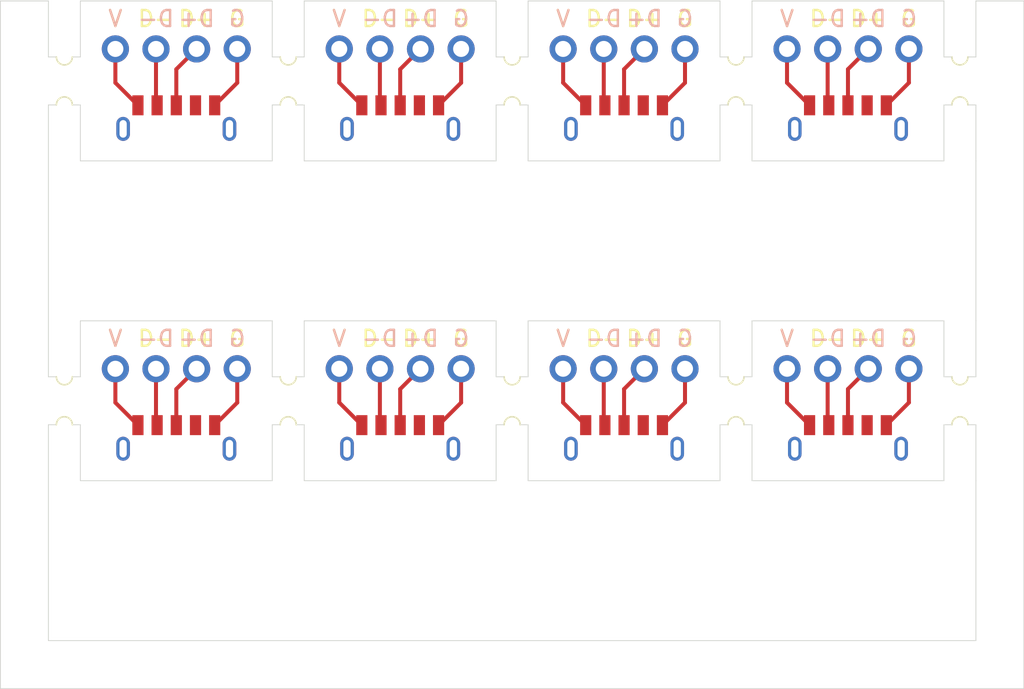
<source format=kicad_pcb>
(kicad_pcb (version 20211014) (generator pcbnew)
  (layers (0 "F.Cu" signal) (31 "B.Cu" signal) (34 "B.Paste" user) (35 "F.Paste" user) (36 "B.SilkS" user "B.Silkscreen") (37 "F.SilkS" user "F.Silkscreen") (38 "B.Mask" user) (39 "F.Mask" user) (44 "Edge.Cuts" user))
  (net 0 "")
  (net 1 "Net-(U1-Pad1)")
  (net 2 "Net-(U1-Pad5)")
  (net 3 "Net-(U1-Pad4)")
  (net 4 "Net-(U1-Pad3)")
  (net 5 "Net-(U1-Pad2)")
  (net 6 "Net-(U1-Pad6)")
  (footprint "htangl:Micro_USB_Male" (layer "F.Cu") (at 58 30)
    (fp_text reference "U1" hide)
    (fp_text value "Male_Micro_USB_Breakout")
    (fp_text user "D-" (at -1.27 -6.89) (layer "B.SilkS") (effects (justify mirror)))
    (fp_text user "V" (at -3.81 -6.89) (layer "B.SilkS") (effects (justify mirror)))
    (fp_text user "D+" (at 1.27 -6.89) (layer "B.SilkS") (effects (justify mirror)))
    (fp_text user "G" (at 3.81 -6.89) (layer "B.SilkS") (effects (justify mirror)))
    (fp_text user "D-" (at -1.27 -6.89) (layer "F.SilkS"))
    (fp_text user "D+" (at 1.27 -6.89) (layer "F.SilkS"))
    (fp_text user "V" (at -3.81 -6.89) (layer "F.SilkS"))
    (fp_text user "G" (at 3.81 -6.89) (layer "F.SilkS"))
    (pad "" np_thru_hole circle (at 1.8 0.1) (size 0.9 0.9) (drill 0.9) (layers *.Cu *.Mask))
    (pad "" np_thru_hole circle (at -1.8 0.1) (size 0.9 0.9) (drill 0.9) (layers *.Cu *.Mask))
    (pad "1" thru_hole circle (at -3.81 -5) (size 1.7 1.7) (drill 1) (layers *.Cu *.Mask))
    (pad "1" smd rect (at -2.4 -1.475) (size 0.7 1.25) (layers "F.Cu" "F.Paste" "F.Mask"))
    (pad "2" smd rect (at -1.2 -1.475) (size 0.7 1.25) (layers "F.Cu" "F.Paste" "F.Mask"))
    (pad "2" thru_hole circle (at -1.27 -5) (size 1.7 1.7) (drill 1) (layers *.Cu *.Mask))
    (pad "3" thru_hole circle (at 1.27 -5) (size 1.7 1.7) (drill 1) (layers *.Cu *.Mask))
    (pad "3" smd rect (at 0 -1.475) (size 0.7 1.25) (layers "F.Cu" "F.Paste" "F.Mask"))
    (pad "4" smd rect (at 1.2 -1.475) (size 0.7 1.25) (layers "F.Cu" "F.Paste" "F.Mask"))
    (pad "5" smd rect (at 2.4 -1.475) (size 0.7 1.25) (layers "F.Cu" "F.Paste" "F.Mask"))
    (pad "5" thru_hole circle (at 3.81 -5) (size 1.7 1.7) (drill 1) (layers *.Cu *.Mask))
    (pad "6" thru_hole oval (at -3.325 0) (size 0.85 1.5) (drill oval 0.45 1.1) (layers *.Cu *.Mask))
    (pad "6" thru_hole oval (at 3.325 0) (size 0.85 1.5) (drill oval 0.45 1.1) (layers *.Cu *.Mask))
  )
  (footprint "panelization:mouse-bite-1mm-slot" (layer "F.Cu") (at 65 27 90)
    (fp_text reference "." hide)
    (fp_text value "." hide)
    (fp_arc (start -1.5 -0.5) (mid -1 0) (end -1.5 0.5) (layer "F.SilkS") (width 0.1))
    (fp_arc (start 1.5 0.5) (mid 1 0) (end 1.5 -0.5) (layer "F.SilkS") (width 0.1))
    (pad "" np_thru_hole circle locked (at 0.35 -1 90) (size 0.5 0.5) (drill 0.5) (layers *.Cu *.Mask))
    (pad "" np_thru_hole circle locked (at -1.15 0.75 90) (size 0.5 0.5) (drill 0.5) (layers *.Cu *.Mask))
    (pad "" np_thru_hole circle locked (at 0.35 1 90) (size 0.5 0.5) (drill 0.5) (layers *.Cu *.Mask))
    (pad "" np_thru_hole circle locked (at 1.15 0.75 90) (size 0.5 0.5) (drill 0.5) (layers *.Cu *.Mask))
    (pad "" np_thru_hole circle locked (at 1.15 -0.75 90) (size 0.5 0.5) (drill 0.5) (layers *.Cu *.Mask))
    (pad "" np_thru_hole circle locked (at -0.35 1 90) (size 0.5 0.5) (drill 0.5) (layers *.Cu *.Mask))
    (pad "" np_thru_hole circle locked (at -1.15 -0.75 90) (size 0.5 0.5) (drill 0.5) (layers *.Cu *.Mask))
    (pad "" np_thru_hole circle locked (at -0.35 -1 90) (size 0.5 0.5) (drill 0.5) (layers *.Cu *.Mask))
  )
  (footprint "panelization:mouse-bite-1mm-slot" (layer "F.Cu") (at 79 27 90)
    (fp_text reference "." hide)
    (fp_text value "." hide)
    (fp_arc (start -1.5 -0.5) (mid -1 0) (end -1.5 0.5) (layer "F.SilkS") (width 0.1))
    (fp_arc (start 1.5 0.5) (mid 1 0) (end 1.5 -0.5) (layer "F.SilkS") (width 0.1))
    (pad "" np_thru_hole circle locked (at 1.15 0.75 90) (size 0.5 0.5) (drill 0.5) (layers *.Cu *.Mask))
    (pad "" np_thru_hole circle locked (at -1.15 -0.75 90) (size 0.5 0.5) (drill 0.5) (layers *.Cu *.Mask))
    (pad "" np_thru_hole circle locked (at 1.15 -0.75 90) (size 0.5 0.5) (drill 0.5) (layers *.Cu *.Mask))
    (pad "" np_thru_hole circle locked (at -1.15 0.75 90) (size 0.5 0.5) (drill 0.5) (layers *.Cu *.Mask))
    (pad "" np_thru_hole circle locked (at -0.35 -1 90) (size 0.5 0.5) (drill 0.5) (layers *.Cu *.Mask))
    (pad "" np_thru_hole circle locked (at -0.35 1 90) (size 0.5 0.5) (drill 0.5) (layers *.Cu *.Mask))
    (pad "" np_thru_hole circle locked (at 0.35 1 90) (size 0.5 0.5) (drill 0.5) (layers *.Cu *.Mask))
    (pad "" np_thru_hole circle locked (at 0.35 -1 90) (size 0.5 0.5) (drill 0.5) (layers *.Cu *.Mask))
  )
  (footprint "htangl:Micro_USB_Male" (layer "F.Cu") (at 58 50)
    (fp_text reference "U1" hide)
    (fp_text value "Male_Micro_USB_Breakout")
    (fp_text user "D-" (at -1.27 -6.89) (layer "B.SilkS") (effects (justify mirror)))
    (fp_text user "V" (at -3.81 -6.89) (layer "B.SilkS") (effects (justify mirror)))
    (fp_text user "D+" (at 1.27 -6.89) (layer "B.SilkS") (effects (justify mirror)))
    (fp_text user "G" (at 3.81 -6.89) (layer "B.SilkS") (effects (justify mirror)))
    (fp_text user "V" (at -3.81 -6.89) (layer "F.SilkS"))
    (fp_text user "D+" (at 1.27 -6.89) (layer "F.SilkS"))
    (fp_text user "D-" (at -1.27 -6.89) (layer "F.SilkS"))
    (fp_text user "G" (at 3.81 -6.89) (layer "F.SilkS"))
    (pad "" np_thru_hole circle (at 1.8 0.1) (size 0.9 0.9) (drill 0.9) (layers *.Cu *.Mask))
    (pad "" np_thru_hole circle (at -1.8 0.1) (size 0.9 0.9) (drill 0.9) (layers *.Cu *.Mask))
    (pad "1" thru_hole circle (at -3.81 -5) (size 1.7 1.7) (drill 1) (layers *.Cu *.Mask))
    (pad "1" smd rect (at -2.4 -1.475) (size 0.7 1.25) (layers "F.Cu" "F.Paste" "F.Mask"))
    (pad "2" thru_hole circle (at -1.27 -5) (size 1.7 1.7) (drill 1) (layers *.Cu *.Mask))
    (pad "2" smd rect (at -1.2 -1.475) (size 0.7 1.25) (layers "F.Cu" "F.Paste" "F.Mask"))
    (pad "3" smd rect (at 0 -1.475) (size 0.7 1.25) (layers "F.Cu" "F.Paste" "F.Mask"))
    (pad "3" thru_hole circle (at 1.27 -5) (size 1.7 1.7) (drill 1) (layers *.Cu *.Mask))
    (pad "4" smd rect (at 1.2 -1.475) (size 0.7 1.25) (layers "F.Cu" "F.Paste" "F.Mask"))
    (pad "5" smd rect (at 2.4 -1.475) (size 0.7 1.25) (layers "F.Cu" "F.Paste" "F.Mask"))
    (pad "5" thru_hole circle (at 3.81 -5) (size 1.7 1.7) (drill 1) (layers *.Cu *.Mask))
    (pad "6" thru_hole oval (at -3.325 0) (size 0.85 1.5) (drill oval 0.45 1.1) (layers *.Cu *.Mask))
    (pad "6" thru_hole oval (at 3.325 0) (size 0.85 1.5) (drill oval 0.45 1.1) (layers *.Cu *.Mask))
  )
  (footprint "panelization:mouse-bite-1mm-slot" (layer "F.Cu") (at 51 47 90)
    (fp_text reference "." hide)
    (fp_text value "." hide)
    (fp_arc (start -1.5 -0.5) (mid -1 0) (end -1.5 0.5) (layer "F.SilkS") (width 0.1))
    (fp_arc (start 1.5 0.5) (mid 1 0) (end 1.5 -0.5) (layer "F.SilkS") (width 0.1))
    (pad "" np_thru_hole circle locked (at -1.15 -0.75 90) (size 0.5 0.5) (drill 0.5) (layers *.Cu *.Mask))
    (pad "" np_thru_hole circle locked (at -0.35 1 90) (size 0.5 0.5) (drill 0.5) (layers *.Cu *.Mask))
    (pad "" np_thru_hole circle locked (at -0.35 -1 90) (size 0.5 0.5) (drill 0.5) (layers *.Cu *.Mask))
    (pad "" np_thru_hole circle locked (at 0.35 -1 90) (size 0.5 0.5) (drill 0.5) (layers *.Cu *.Mask))
    (pad "" np_thru_hole circle locked (at 1.15 -0.75 90) (size 0.5 0.5) (drill 0.5) (layers *.Cu *.Mask))
    (pad "" np_thru_hole circle locked (at 1.15 0.75 90) (size 0.5 0.5) (drill 0.5) (layers *.Cu *.Mask))
    (pad "" np_thru_hole circle locked (at -1.15 0.75 90) (size 0.5 0.5) (drill 0.5) (layers *.Cu *.Mask))
    (pad "" np_thru_hole circle locked (at 0.35 1 90) (size 0.5 0.5) (drill 0.5) (layers *.Cu *.Mask))
  )
  (footprint "htangl:Micro_USB_Male" (layer "F.Cu") (at 72 50)
    (fp_text reference "U1" hide)
    (fp_text value "Male_Micro_USB_Breakout")
    (fp_text user "D+" (at 1.27 -6.89) (layer "B.SilkS") (effects (justify mirror)))
    (fp_text user "D-" (at -1.27 -6.89) (layer "B.SilkS") (effects (justify mirror)))
    (fp_text user "G" (at 3.81 -6.89) (layer "B.SilkS") (effects (justify mirror)))
    (fp_text user "V" (at -3.81 -6.89) (layer "B.SilkS") (effects (justify mirror)))
    (fp_text user "V" (at -3.81 -6.89) (layer "F.SilkS"))
    (fp_text user "D+" (at 1.27 -6.89) (layer "F.SilkS"))
    (fp_text user "D-" (at -1.27 -6.89) (layer "F.SilkS"))
    (fp_text user "G" (at 3.81 -6.89) (layer "F.SilkS"))
    (pad "" np_thru_hole circle (at 1.8 0.1) (size 0.9 0.9) (drill 0.9) (layers *.Cu *.Mask))
    (pad "" np_thru_hole circle (at -1.8 0.1) (size 0.9 0.9) (drill 0.9) (layers *.Cu *.Mask))
    (pad "1" thru_hole circle (at -3.81 -5) (size 1.7 1.7) (drill 1) (layers *.Cu *.Mask))
    (pad "1" smd rect (at -2.4 -1.475) (size 0.7 1.25) (layers "F.Cu" "F.Paste" "F.Mask"))
    (pad "2" smd rect (at -1.2 -1.475) (size 0.7 1.25) (layers "F.Cu" "F.Paste" "F.Mask"))
    (pad "2" thru_hole circle (at -1.27 -5) (size 1.7 1.7) (drill 1) (layers *.Cu *.Mask))
    (pad "3" smd rect (at 0 -1.475) (size 0.7 1.25) (layers "F.Cu" "F.Paste" "F.Mask"))
    (pad "3" thru_hole circle (at 1.27 -5) (size 1.7 1.7) (drill 1) (layers *.Cu *.Mask))
    (pad "4" smd rect (at 1.2 -1.475) (size 0.7 1.25) (layers "F.Cu" "F.Paste" "F.Mask"))
    (pad "5" smd rect (at 2.4 -1.475) (size 0.7 1.25) (layers "F.Cu" "F.Paste" "F.Mask"))
    (pad "5" thru_hole circle (at 3.81 -5) (size 1.7 1.7) (drill 1) (layers *.Cu *.Mask))
    (pad "6" thru_hole oval (at 3.325 0) (size 0.85 1.5) (drill oval 0.45 1.1) (layers *.Cu *.Mask))
    (pad "6" thru_hole oval (at -3.325 0) (size 0.85 1.5) (drill oval 0.45 1.1) (layers *.Cu *.Mask))
  )
  (footprint "htangl:Micro_USB_Male" (layer "F.Cu") (at 44 50)
    (fp_text reference "U1" hide)
    (fp_text value "Male_Micro_USB_Breakout")
    (fp_text user "D-" (at -1.27 -6.89) (layer "B.SilkS") (effects (justify mirror)))
    (fp_text user "G" (at 3.81 -6.89) (layer "B.SilkS") (effects (justify mirror)))
    (fp_text user "V" (at -3.81 -6.89) (layer "B.SilkS") (effects (justify mirror)))
    (fp_text user "D+" (at 1.27 -6.89) (layer "B.SilkS") (effects (justify mirror)))
    (fp_text user "D-" (at -1.27 -6.89) (layer "F.SilkS"))
    (fp_text user "G" (at 3.81 -6.89) (layer "F.SilkS"))
    (fp_text user "D+" (at 1.27 -6.89) (layer "F.SilkS"))
    (fp_text user "V" (at -3.81 -6.89) (layer "F.SilkS"))
    (pad "" np_thru_hole circle (at -1.8 0.1) (size 0.9 0.9) (drill 0.9) (layers *.Cu *.Mask))
    (pad "" np_thru_hole circle (at 1.8 0.1) (size 0.9 0.9) (drill 0.9) (layers *.Cu *.Mask))
    (pad "1" smd rect (at -2.4 -1.475) (size 0.7 1.25) (layers "F.Cu" "F.Paste" "F.Mask"))
    (pad "1" thru_hole circle (at -3.81 -5) (size 1.7 1.7) (drill 1) (layers *.Cu *.Mask))
    (pad "2" smd rect (at -1.2 -1.475) (size 0.7 1.25) (layers "F.Cu" "F.Paste" "F.Mask"))
    (pad "2" thru_hole circle (at -1.27 -5) (size 1.7 1.7) (drill 1) (layers *.Cu *.Mask))
    (pad "3" smd rect (at 0 -1.475) (size 0.7 1.25) (layers "F.Cu" "F.Paste" "F.Mask"))
    (pad "3" thru_hole circle (at 1.27 -5) (size 1.7 1.7) (drill 1) (layers *.Cu *.Mask))
    (pad "4" smd rect (at 1.2 -1.475) (size 0.7 1.25) (layers "F.Cu" "F.Paste" "F.Mask"))
    (pad "5" smd rect (at 2.4 -1.475) (size 0.7 1.25) (layers "F.Cu" "F.Paste" "F.Mask"))
    (pad "5" thru_hole circle (at 3.81 -5) (size 1.7 1.7) (drill 1) (layers *.Cu *.Mask))
    (pad "6" thru_hole oval (at 3.325 0) (size 0.85 1.5) (drill oval 0.45 1.1) (layers *.Cu *.Mask))
    (pad "6" thru_hole oval (at -3.325 0) (size 0.85 1.5) (drill oval 0.45 1.1) (layers *.Cu *.Mask))
  )
  (footprint "panelization:mouse-bite-1mm-slot" (layer "F.Cu") (at 65 47 90)
    (fp_text reference "." hide)
    (fp_text value "." hide)
    (fp_arc (start 1.5 0.5) (mid 1 0) (end 1.5 -0.5) (layer "F.SilkS") (width 0.1))
    (fp_arc (start -1.5 -0.5) (mid -1 0) (end -1.5 0.5) (layer "F.SilkS") (width 0.1))
    (pad "" np_thru_hole circle locked (at 0.35 1 90) (size 0.5 0.5) (drill 0.5) (layers *.Cu *.Mask))
    (pad "" np_thru_hole circle locked (at 1.15 -0.75 90) (size 0.5 0.5) (drill 0.5) (layers *.Cu *.Mask))
    (pad "" np_thru_hole circle locked (at 0.35 -1 90) (size 0.5 0.5) (drill 0.5) (layers *.Cu *.Mask))
    (pad "" np_thru_hole circle locked (at -0.35 -1 90) (size 0.5 0.5) (drill 0.5) (layers *.Cu *.Mask))
    (pad "" np_thru_hole circle locked (at -1.15 -0.75 90) (size 0.5 0.5) (drill 0.5) (layers *.Cu *.Mask))
    (pad "" np_thru_hole circle locked (at -0.35 1 90) (size 0.5 0.5) (drill 0.5) (layers *.Cu *.Mask))
    (pad "" np_thru_hole circle locked (at 1.15 0.75 90) (size 0.5 0.5) (drill 0.5) (layers *.Cu *.Mask))
    (pad "" np_thru_hole circle locked (at -1.15 0.75 90) (size 0.5 0.5) (drill 0.5) (layers *.Cu *.Mask))
  )
  (footprint "htangl:Micro_USB_Male" (layer "F.Cu") (at 30 50)
    (fp_text reference "U1" hide)
    (fp_text value "Male_Micro_USB_Breakout")
    (fp_text user "G" (at 3.81 -6.89) (layer "B.SilkS") (effects (justify mirror)))
    (fp_text user "D-" (at -1.27 -6.89) (layer "B.SilkS") (effects (justify mirror)))
    (fp_text user "D+" (at 1.27 -6.89) (layer "B.SilkS") (effects (justify mirror)))
    (fp_text user "V" (at -3.81 -6.89) (layer "B.SilkS") (effects (justify mirror)))
    (fp_text user "G" (at 3.81 -6.89) (layer "F.SilkS"))
    (fp_text user "D+" (at 1.27 -6.89) (layer "F.SilkS"))
    (fp_text user "D-" (at -1.27 -6.89) (layer "F.SilkS"))
    (fp_text user "V" (at -3.81 -6.89) (layer "F.SilkS"))
    (pad "" np_thru_hole circle (at 1.8 0.1) (size 0.9 0.9) (drill 0.9) (layers *.Cu *.Mask))
    (pad "" np_thru_hole circle (at -1.8 0.1) (size 0.9 0.9) (drill 0.9) (layers *.Cu *.Mask))
    (pad "1" thru_hole circle (at -3.81 -5) (size 1.7 1.7) (drill 1) (layers *.Cu *.Mask))
    (pad "1" smd rect (at -2.4 -1.475) (size 0.7 1.25) (layers "F.Cu" "F.Paste" "F.Mask"))
    (pad "2" smd rect (at -1.2 -1.475) (size 0.7 1.25) (layers "F.Cu" "F.Paste" "F.Mask"))
    (pad "2" thru_hole circle (at -1.27 -5) (size 1.7 1.7) (drill 1) (layers *.Cu *.Mask))
    (pad "3" thru_hole circle (at 1.27 -5) (size 1.7 1.7) (drill 1) (layers *.Cu *.Mask))
    (pad "3" smd rect (at 0 -1.475) (size 0.7 1.25) (layers "F.Cu" "F.Paste" "F.Mask"))
    (pad "4" smd rect (at 1.2 -1.475) (size 0.7 1.25) (layers "F.Cu" "F.Paste" "F.Mask"))
    (pad "5" smd rect (at 2.4 -1.475) (size 0.7 1.25) (layers "F.Cu" "F.Paste" "F.Mask"))
    (pad "5" thru_hole circle (at 3.81 -5) (size 1.7 1.7) (drill 1) (layers *.Cu *.Mask))
    (pad "6" thru_hole oval (at 3.325 0) (size 0.85 1.5) (drill oval 0.45 1.1) (layers *.Cu *.Mask))
    (pad "6" thru_hole oval (at -3.325 0) (size 0.85 1.5) (drill oval 0.45 1.1) (layers *.Cu *.Mask))
  )
  (footprint "panelization:mouse-bite-1mm-slot" (layer "F.Cu") (at 79 47 90)
    (fp_text reference "." hide)
    (fp_text value "." hide)
    (fp_arc (start 1.5 0.5) (mid 1 0) (end 1.5 -0.5) (layer "F.SilkS") (width 0.1))
    (fp_arc (start -1.5 -0.5) (mid -1 0) (end -1.5 0.5) (layer "F.SilkS") (width 0.1))
    (pad "" np_thru_hole circle locked (at 1.15 -0.75 90) (size 0.5 0.5) (drill 0.5) (layers *.Cu *.Mask))
    (pad "" np_thru_hole circle locked (at 1.15 0.75 90) (size 0.5 0.5) (drill 0.5) (layers *.Cu *.Mask))
    (pad "" np_thru_hole circle locked (at 0.35 -1 90) (size 0.5 0.5) (drill 0.5) (layers *.Cu *.Mask))
    (pad "" np_thru_hole circle locked (at -0.35 -1 90) (size 0.5 0.5) (drill 0.5) (layers *.Cu *.Mask))
    (pad "" np_thru_hole circle locked (at -1.15 -0.75 90) (size 0.5 0.5) (drill 0.5) (layers *.Cu *.Mask))
    (pad "" np_thru_hole circle locked (at -1.15 0.75 90) (size 0.5 0.5) (drill 0.5) (layers *.Cu *.Mask))
    (pad "" np_thru_hole circle locked (at -0.35 1 90) (size 0.5 0.5) (drill 0.5) (layers *.Cu *.Mask))
    (pad "" np_thru_hole circle locked (at 0.35 1 90) (size 0.5 0.5) (drill 0.5) (layers *.Cu *.Mask))
  )
  (footprint "panelization:mouse-bite-1mm-slot" (layer "F.Cu") (at 37 47 90)
    (fp_text reference "." hide)
    (fp_text value "." hide)
    (fp_arc (start 1.5 0.5) (mid 1 0) (end 1.5 -0.5) (layer "F.SilkS") (width 0.1))
    (fp_arc (start -1.5 -0.5) (mid -1 0) (end -1.5 0.5) (layer "F.SilkS") (width 0.1))
    (pad "" np_thru_hole circle locked (at -0.35 -1 90) (size 0.5 0.5) (drill 0.5) (layers *.Cu *.Mask))
    (pad "" np_thru_hole circle locked (at -0.35 1 90) (size 0.5 0.5) (drill 0.5) (layers *.Cu *.Mask))
    (pad "" np_thru_hole circle locked (at 1.15 -0.75 90) (size 0.5 0.5) (drill 0.5) (layers *.Cu *.Mask))
    (pad "" np_thru_hole circle locked (at -1.15 -0.75 90) (size 0.5 0.5) (drill 0.5) (layers *.Cu *.Mask))
    (pad "" np_thru_hole circle locked (at 1.15 0.75 90) (size 0.5 0.5) (drill 0.5) (layers *.Cu *.Mask))
    (pad "" np_thru_hole circle locked (at -1.15 0.75 90) (size 0.5 0.5) (drill 0.5) (layers *.Cu *.Mask))
    (pad "" np_thru_hole circle locked (at 0.35 -1 90) (size 0.5 0.5) (drill 0.5) (layers *.Cu *.Mask))
    (pad "" np_thru_hole circle locked (at 0.35 1 90) (size 0.5 0.5) (drill 0.5) (layers *.Cu *.Mask))
  )
  (footprint "panelization:mouse-bite-1mm-slot" (layer "F.Cu") (at 23 47 90)
    (fp_text reference "." hide)
    (fp_text value "." hide)
    (fp_arc (start 1.5 0.5) (mid 1 0) (end 1.5 -0.5) (layer "F.SilkS") (width 0.1))
    (fp_arc (start -1.5 -0.5) (mid -1 0) (end -1.5 0.5) (layer "F.SilkS") (width 0.1))
    (pad "" np_thru_hole circle locked (at 0.35 1 90) (size 0.5 0.5) (drill 0.5) (layers *.Cu *.Mask))
    (pad "" np_thru_hole circle locked (at -0.35 -1 90) (size 0.5 0.5) (drill 0.5) (layers *.Cu *.Mask))
    (pad "" np_thru_hole circle locked (at 1.15 -0.75 90) (size 0.5 0.5) (drill 0.5) (layers *.Cu *.Mask))
    (pad "" np_thru_hole circle locked (at 1.15 0.75 90) (size 0.5 0.5) (drill 0.5) (layers *.Cu *.Mask))
    (pad "" np_thru_hole circle locked (at -1.15 0.75 90) (size 0.5 0.5) (drill 0.5) (layers *.Cu *.Mask))
    (pad "" np_thru_hole circle locked (at -1.15 -0.75 90) (size 0.5 0.5) (drill 0.5) (layers *.Cu *.Mask))
    (pad "" np_thru_hole circle locked (at 0.35 -1 90) (size 0.5 0.5) (drill 0.5) (layers *.Cu *.Mask))
    (pad "" np_thru_hole circle locked (at -0.35 1 90) (size 0.5 0.5) (drill 0.5) (layers *.Cu *.Mask))
  )
  (footprint "htangl:Micro_USB_Male" (layer "F.Cu") (at 30 30)
    (fp_text reference "U1" hide)
    (fp_text value "Male_Micro_USB_Breakout")
    (fp_text user "G" (at 3.81 -6.89) (layer "B.SilkS") (effects (justify mirror)))
    (fp_text user "V" (at -3.81 -6.89) (layer "B.SilkS") (effects (justify mirror)))
    (fp_text user "D+" (at 1.27 -6.89) (layer "B.SilkS") (effects (justify mirror)))
    (fp_text user "D-" (at -1.27 -6.89) (layer "B.SilkS") (effects (justify mirror)))
    (fp_text user "D+" (at 1.27 -6.89) (layer "F.SilkS"))
    (fp_text user "V" (at -3.81 -6.89) (layer "F.SilkS"))
    (fp_text user "D-" (at -1.27 -6.89) (layer "F.SilkS"))
    (fp_text user "G" (at 3.81 -6.89) (layer "F.SilkS"))
    (pad "" np_thru_hole circle (at 1.8 0.1) (size 0.9 0.9) (drill 0.9) (layers *.Cu *.Mask))
    (pad "" np_thru_hole circle (at -1.8 0.1) (size 0.9 0.9) (drill 0.9) (layers *.Cu *.Mask))
    (pad "1" smd rect (at -2.4 -1.475) (size 0.7 1.25) (layers "F.Cu" "F.Paste" "F.Mask") (net 1 "Net-(U1-Pad1)"))
    (pad "1" thru_hole circle (at -3.81 -5) (size 1.7 1.7) (drill 1) (layers *.Cu *.Mask) (net 1 "Net-(U1-Pad1)"))
    (pad "2" thru_hole circle (at -1.27 -5) (size 1.7 1.7) (drill 1) (layers *.Cu *.Mask) (net 5 "Net-(U1-Pad2)"))
    (pad "2" smd rect (at -1.2 -1.475) (size 0.7 1.25) (layers "F.Cu" "F.Paste" "F.Mask") (net 5 "Net-(U1-Pad2)"))
    (pad "3" thru_hole circle (at 1.27 -5) (size 1.7 1.7) (drill 1) (layers *.Cu *.Mask) (net 4 "Net-(U1-Pad3)"))
    (pad "3" smd rect (at 0 -1.475) (size 0.7 1.25) (layers "F.Cu" "F.Paste" "F.Mask") (net 4 "Net-(U1-Pad3)"))
    (pad "4" smd rect (at 1.2 -1.475) (size 0.7 1.25) (layers "F.Cu" "F.Paste" "F.Mask") (net 3 "Net-(U1-Pad4)"))
    (pad "5" smd rect (at 2.4 -1.475) (size 0.7 1.25) (layers "F.Cu" "F.Paste" "F.Mask") (net 2 "Net-(U1-Pad5)"))
    (pad "5" thru_hole circle (at 3.81 -5) (size 1.7 1.7) (drill 1) (layers *.Cu *.Mask) (net 2 "Net-(U1-Pad5)"))
    (pad "6" thru_hole oval (at 3.325 0) (size 0.85 1.5) (drill oval 0.45 1.1) (layers *.Cu *.Mask) (net 6 "Net-(U1-Pad6)"))
    (pad "6" thru_hole oval (at -3.325 0) (size 0.85 1.5) (drill oval 0.45 1.1) (layers *.Cu *.Mask) (net 6 "Net-(U1-Pad6)"))
  )
  (footprint "panelization:mouse-bite-1mm-slot" (layer "F.Cu") (at 37 27 90)
    (fp_text reference "." hide)
    (fp_text value "." hide)
    (fp_arc (start -1.5 -0.5) (mid -1 0) (end -1.5 0.5) (layer "F.SilkS") (width 0.1))
    (fp_arc (start 1.5 0.5) (mid 1 0) (end 1.5 -0.5) (layer "F.SilkS") (width 0.1))
    (pad "" np_thru_hole circle locked (at 1.15 -0.75 90) (size 0.5 0.5) (drill 0.5) (layers *.Cu *.Mask))
    (pad "" np_thru_hole circle locked (at -0.35 -1 90) (size 0.5 0.5) (drill 0.5) (layers *.Cu *.Mask))
    (pad "" np_thru_hole circle locked (at -0.35 1 90) (size 0.5 0.5) (drill 0.5) (layers *.Cu *.Mask))
    (pad "" np_thru_hole circle locked (at -1.15 -0.75 90) (size 0.5 0.5) (drill 0.5) (layers *.Cu *.Mask))
    (pad "" np_thru_hole circle locked (at 1.15 0.75 90) (size 0.5 0.5) (drill 0.5) (layers *.Cu *.Mask))
    (pad "" np_thru_hole circle locked (at 0.35 1 90) (size 0.5 0.5) (drill 0.5) (layers *.Cu *.Mask))
    (pad "" np_thru_hole circle locked (at -1.15 0.75 90) (size 0.5 0.5) (drill 0.5) (layers *.Cu *.Mask))
    (pad "" np_thru_hole circle locked (at 0.35 -1 90) (size 0.5 0.5) (drill 0.5) (layers *.Cu *.Mask))
  )
  (footprint "htangl:Micro_USB_Male" (layer "F.Cu") (at 44 30)
    (fp_text reference "U1" hide)
    (fp_text value "Male_Micro_USB_Breakout")
    (fp_text user "G" (at 3.81 -6.89) (layer "B.SilkS") (effects (justify mirror)))
    (fp_text user "D+" (at 1.27 -6.89) (layer "B.SilkS") (effects (justify mirror)))
    (fp_text user "V" (at -3.81 -6.89) (layer "B.SilkS") (effects (justify mirror)))
    (fp_text user "D-" (at -1.27 -6.89) (layer "B.SilkS") (effects (justify mirror)))
    (fp_text user "V" (at -3.81 -6.89) (layer "F.SilkS"))
    (fp_text user "G" (at 3.81 -6.89) (layer "F.SilkS"))
    (fp_text user "D+" (at 1.27 -6.89) (layer "F.SilkS"))
    (fp_text user "D-" (at -1.27 -6.89) (layer "F.SilkS"))
    (pad "" np_thru_hole circle (at -1.8 0.1) (size 0.9 0.9) (drill 0.9) (layers *.Cu *.Mask))
    (pad "" np_thru_hole circle (at 1.8 0.1) (size 0.9 0.9) (drill 0.9) (layers *.Cu *.Mask))
    (pad "1" smd rect (at -2.4 -1.475) (size 0.7 1.25) (layers "F.Cu" "F.Paste" "F.Mask"))
    (pad "1" thru_hole circle (at -3.81 -5) (size 1.7 1.7) (drill 1) (layers *.Cu *.Mask))
    (pad "2" thru_hole circle (at -1.27 -5) (size 1.7 1.7) (drill 1) (layers *.Cu *.Mask))
    (pad "2" smd rect (at -1.2 -1.475) (size 0.7 1.25) (layers "F.Cu" "F.Paste" "F.Mask"))
    (pad "3" smd rect (at 0 -1.475) (size 0.7 1.25) (layers "F.Cu" "F.Paste" "F.Mask"))
    (pad "3" thru_hole circle (at 1.27 -5) (size 1.7 1.7) (drill 1) (layers *.Cu *.Mask))
    (pad "4" smd rect (at 1.2 -1.475) (size 0.7 1.25) (layers "F.Cu" "F.Paste" "F.Mask"))
    (pad "5" smd rect (at 2.4 -1.475) (size 0.7 1.25) (layers "F.Cu" "F.Paste" "F.Mask"))
    (pad "5" thru_hole circle (at 3.81 -5) (size 1.7 1.7) (drill 1) (layers *.Cu *.Mask))
    (pad "6" thru_hole oval (at 3.325 0) (size 0.85 1.5) (drill oval 0.45 1.1) (layers *.Cu *.Mask))
    (pad "6" thru_hole oval (at -3.325 0) (size 0.85 1.5) (drill oval 0.45 1.1) (layers *.Cu *.Mask))
  )
  (footprint "htangl:Micro_USB_Male" (layer "F.Cu") (at 72 30)
    (fp_text reference "U1" hide)
    (fp_text value "Male_Micro_USB_Breakout")
    (fp_text user "V" (at -3.81 -6.89) (layer "B.SilkS") (effects (justify mirror)))
    (fp_text user "D-" (at -1.27 -6.89) (layer "B.SilkS") (effects (justify mirror)))
    (fp_text user "D+" (at 1.27 -6.89) (layer "B.SilkS") (effects (justify mirror)))
    (fp_text user "G" (at 3.81 -6.89) (layer "B.SilkS") (effects (justify mirror)))
    (fp_text user "V" (at -3.81 -6.89) (layer "F.SilkS"))
    (fp_text user "D-" (at -1.27 -6.89) (layer "F.SilkS"))
    (fp_text user "G" (at 3.81 -6.89) (layer "F.SilkS"))
    (fp_text user "D+" (at 1.27 -6.89) (layer "F.SilkS"))
    (pad "" np_thru_hole circle (at 1.8 0.1) (size 0.9 0.9) (drill 0.9) (layers *.Cu *.Mask))
    (pad "" np_thru_hole circle (at -1.8 0.1) (size 0.9 0.9) (drill 0.9) (layers *.Cu *.Mask))
    (pad "1" smd rect (at -2.4 -1.475) (size 0.7 1.25) (layers "F.Cu" "F.Paste" "F.Mask"))
    (pad "1" thru_hole circle (at -3.81 -5) (size 1.7 1.7) (drill 1) (layers *.Cu *.Mask))
    (pad "2" thru_hole circle (at -1.27 -5) (size 1.7 1.7) (drill 1) (layers *.Cu *.Mask))
    (pad "2" smd rect (at -1.2 -1.475) (size 0.7 1.25) (layers "F.Cu" "F.Paste" "F.Mask"))
    (pad "3" thru_hole circle (at 1.27 -5) (size 1.7 1.7) (drill 1) (layers *.Cu *.Mask))
    (pad "3" smd rect (at 0 -1.475) (size 0.7 1.25) (layers "F.Cu" "F.Paste" "F.Mask"))
    (pad "4" smd rect (at 1.2 -1.475) (size 0.7 1.25) (layers "F.Cu" "F.Paste" "F.Mask"))
    (pad "5" smd rect (at 2.4 -1.475) (size 0.7 1.25) (layers "F.Cu" "F.Paste" "F.Mask"))
    (pad "5" thru_hole circle (at 3.81 -5) (size 1.7 1.7) (drill 1) (layers *.Cu *.Mask))
    (pad "6" thru_hole oval (at 3.325 0) (size 0.85 1.5) (drill oval 0.45 1.1) (layers *.Cu *.Mask))
    (pad "6" thru_hole oval (at -3.325 0) (size 0.85 1.5) (drill oval 0.45 1.1) (layers *.Cu *.Mask))
  )
  (footprint "panelization:mouse-bite-1mm-slot" (layer "F.Cu") (at 23 27 90)
    (fp_text reference "." hide)
    (fp_text value "." hide)
    (fp_arc (start -1.5 -0.5) (mid -1 0) (end -1.5 0.5) (layer "F.SilkS") (width 0.1))
    (fp_arc (start 1.5 0.5) (mid 1 0) (end 1.5 -0.5) (layer "F.SilkS") (width 0.1))
    (pad "" np_thru_hole circle locked (at 0.35 -1 90) (size 0.5 0.5) (drill 0.5) (layers *.Cu *.Mask))
    (pad "" np_thru_hole circle locked (at -0.35 -1 90) (size 0.5 0.5) (drill 0.5) (layers *.Cu *.Mask))
    (pad "" np_thru_hole circle locked (at 0.35 1 90) (size 0.5 0.5) (drill 0.5) (layers *.Cu *.Mask))
    (pad "" np_thru_hole circle locked (at -0.35 1 90) (size 0.5 0.5) (drill 0.5) (layers *.Cu *.Mask))
    (pad "" np_thru_hole circle locked (at -1.15 0.75 90) (size 0.5 0.5) (drill 0.5) (layers *.Cu *.Mask))
    (pad "" np_thru_hole circle locked (at 1.15 -0.75 90) (size 0.5 0.5) (drill 0.5) (layers *.Cu *.Mask))
    (pad "" np_thru_hole circle locked (at -1.15 -0.75 90) (size 0.5 0.5) (drill 0.5) (layers *.Cu *.Mask))
    (pad "" np_thru_hole circle locked (at 1.15 0.75 90) (size 0.5 0.5) (drill 0.5) (layers *.Cu *.Mask))
  )
  (footprint "panelization:mouse-bite-1mm-slot" (layer "F.Cu") (at 51 27 90)
    (fp_text reference "." hide)
    (fp_text value "." hide)
    (fp_arc (start -1.5 -0.5) (mid -1 0) (end -1.5 0.5) (layer "F.SilkS") (width 0.1))
    (fp_arc (start 1.5 0.5) (mid 1 0) (end 1.5 -0.5) (layer "F.SilkS") (width 0.1))
    (pad "" np_thru_hole circle locked (at 0.35 -1 90) (size 0.5 0.5) (drill 0.5) (layers *.Cu *.Mask))
    (pad "" np_thru_hole circle locked (at -0.35 1 90) (size 0.5 0.5) (drill 0.5) (layers *.Cu *.Mask))
    (pad "" np_thru_hole circle locked (at 1.15 0.75 90) (size 0.5 0.5) (drill 0.5) (layers *.Cu *.Mask))
    (pad "" np_thru_hole circle locked (at 1.15 -0.75 90) (size 0.5 0.5) (drill 0.5) (layers *.Cu *.Mask))
    (pad "" np_thru_hole circle locked (at -1.15 -0.75 90) (size 0.5 0.5) (drill 0.5) (layers *.Cu *.Mask))
    (pad "" np_thru_hole circle locked (at -0.35 -1 90) (size 0.5 0.5) (drill 0.5) (layers *.Cu *.Mask))
    (pad "" np_thru_hole circle locked (at -1.15 0.75 90) (size 0.5 0.5) (drill 0.5) (layers *.Cu *.Mask))
    (pad "" np_thru_hole circle locked (at 0.35 1 90) (size 0.5 0.5) (drill 0.5) (layers *.Cu *.Mask))
  )
  (gr_line (start 52 22) (end 64 22) (layer "Edge.Cuts") (width 0.05))
  (gr_line (start 64 32) (end 52 32) (layer "Edge.Cuts") (width 0.05))
  (gr_line (start 65.5 28.5) (end 66 28.5) (layer "Edge.Cuts") (width 0.05))
  (gr_line (start 65.5 25.5) (end 66 25.5) (layer "Edge.Cuts") (width 0.05))
  (gr_arc (start 65.5 25.5) (mid 65 26) (end 64.5 25.5) (layer "Edge.Cuts") (width 0.05))
  (gr_line (start 64.5 25.5) (end 64 25.5) (layer "Edge.Cuts") (width 0.05))
  (gr_arc (start 64.5 28.5) (mid 65 28) (end 65.5 28.5) (layer "Edge.Cuts") (width 0.05))
  (gr_line (start 64.5 28.5) (end 64 28.5) (layer "Edge.Cuts") (width 0.05))
  (gr_line (start 79.5 25.5) (end 80 25.5) (layer "Edge.Cuts") (width 0.05))
  (gr_line (start 78.5 28.5) (end 78 28.5) (layer "Edge.Cuts") (width 0.05))
  (gr_arc (start 78.5 28.5) (mid 79 28) (end 79.5 28.5) (layer "Edge.Cuts") (width 0.05))
  (gr_line (start 78.5 25.5) (end 78 25.5) (layer "Edge.Cuts") (width 0.05))
  (gr_arc (start 79.5 25.5) (mid 79 26) (end 78.5 25.5) (layer "Edge.Cuts") (width 0.05))
  (gr_line (start 79.5 28.5) (end 80 28.5) (layer "Edge.Cuts") (width 0.05))
  (gr_line (start 80 22) (end 80 25.5) (layer "Edge.Cuts") (width 0.05))
  (gr_line (start 78 22) (end 78 25.5) (layer "Edge.Cuts") (width 0.05))
  (gr_line (start 78 32) (end 78 28.5) (layer "Edge.Cuts") (width 0.05))
  (gr_line (start 80 32) (end 80 28.5) (layer "Edge.Cuts") (width 0.05))
  (gr_line (start 37.5 48.5) (end 38 48.5) (layer "Edge.Cuts") (width 0.05))
  (gr_line (start 38 48.5) (end 38 52) (layer "Edge.Cuts") (width 0.05))
  (gr_line (start 38 45.5) (end 38 42) (layer "Edge.Cuts") (width 0.05))
  (gr_line (start 37.5 45.5) (end 38 45.5) (layer "Edge.Cuts") (width 0.05))
  (gr_line (start 38 42) (end 50 42) (layer "Edge.Cuts") (width 0.05))
  (gr_line (start 50 52) (end 38 52) (layer "Edge.Cuts") (width 0.05))
  (gr_line (start 64 52) (end 52 52) (layer "Edge.Cuts") (width 0.05))
  (gr_line (start 51.5 45.5) (end 52 45.5) (layer "Edge.Cuts") (width 0.05))
  (gr_line (start 65.5 45.5) (end 66 45.5) (layer "Edge.Cuts") (width 0.05))
  (gr_line (start 78.5 48.5) (end 78 48.5) (layer "Edge.Cuts") (width 0.05))
  (gr_arc (start 79.5 45.5) (mid 79 46) (end 78.5 45.5) (layer "Edge.Cuts") (width 0.05))
  (gr_line (start 50.5 45.5) (end 50 45.5) (layer "Edge.Cuts") (width 0.05))
  (gr_arc (start 50.5 48.5) (mid 51 48) (end 51.5 48.5) (layer "Edge.Cuts") (width 0.05))
  (gr_line (start 78 52) (end 66 52) (layer "Edge.Cuts") (width 0.05))
  (gr_line (start 51.5 48.5) (end 52 48.5) (layer "Edge.Cuts") (width 0.05))
  (gr_arc (start 51.5 45.5) (mid 51 46) (end 50.5 45.5) (layer "Edge.Cuts") (width 0.05))
  (gr_line (start 64.5 48.5) (end 64 48.5) (layer "Edge.Cuts") (width 0.05))
  (gr_arc (start 64.5 48.5) (mid 65 48) (end 65.5 48.5) (layer "Edge.Cuts") (width 0.05))
  (gr_line (start 64.5 45.5) (end 64 45.5) (layer "Edge.Cuts") (width 0.05))
  (gr_line (start 78.5 45.5) (end 78 45.5) (layer "Edge.Cuts") (width 0.05))
  (gr_arc (start 65.5 45.5) (mid 65 46) (end 64.5 45.5) (layer "Edge.Cuts") (width 0.05))
  (gr_line (start 79.5 48.5) (end 80 48.5) (layer "Edge.Cuts") (width 0.05))
  (gr_line (start 78 42) (end 78 45.5) (layer "Edge.Cuts") (width 0.05))
  (gr_line (start 80 42) (end 80 45.5) (layer "Edge.Cuts") (width 0.05))
  (gr_line (start 52 42) (end 64 42) (layer "Edge.Cuts") (width 0.05))
  (gr_line (start 65.5 48.5) (end 66 48.5) (layer "Edge.Cuts") (width 0.05))
  (gr_line (start 50.5 48.5) (end 50 48.5) (layer "Edge.Cuts") (width 0.05))
  (gr_line (start 66 42) (end 78 42) (layer "Edge.Cuts") (width 0.05))
  (gr_line (start 79.5 45.5) (end 80 45.5) (layer "Edge.Cuts") (width 0.05))
  (gr_arc (start 78.5 48.5) (mid 79 48) (end 79.5 48.5) (layer "Edge.Cuts") (width 0.05))
  (gr_arc (start 37.5 45.5) (mid 37 46) (end 36.5 45.5) (layer "Edge.Cuts") (width 0.05))
  (gr_line (start 24 42) (end 36 42) (layer "Edge.Cuts") (width 0.05))
  (gr_line (start 36 45.5) (end 36 42) (layer "Edge.Cuts") (width 0.05))
  (gr_line (start 36.5 45.5) (end 36 45.5) (layer "Edge.Cuts") (width 0.05))
  (gr_line (start 36 52) (end 24 52) (layer "Edge.Cuts") (width 0.05))
  (gr_arc (start 36.5 48.5) (mid 37 48) (end 37.5 48.5) (layer "Edge.Cuts") (width 0.05))
  (gr_line (start 36 52) (end 36 48.5) (layer "Edge.Cuts") (width 0.05))
  (gr_line (start 36.5 48.5) (end 36 48.5) (layer "Edge.Cuts") (width 0.05))
  (gr_line (start 22.5 48.5) (end 22 48.5) (layer "Edge.Cuts") (width 0.05))
  (gr_arc (start 23.5 45.5) (mid 23 46) (end 22.5 45.5) (layer "Edge.Cuts") (width 0.05))
  (gr_line (start 22.5 45.5) (end 22 45.5) (layer "Edge.Cuts") (width 0.05))
  (gr_line (start 78 52) (end 78 48.5) (layer "Edge.Cuts") (width 0.05))
  (gr_line (start 23.5 48.5) (end 24 48.5) (layer "Edge.Cuts") (width 0.05))
  (gr_line (start 80 52) (end 80 48.5) (layer "Edge.Cuts") (width 0.05))
  (gr_arc (start 22.5 48.5) (mid 23 48) (end 23.5 48.5) (layer "Edge.Cuts") (width 0.05))
  (gr_line (start 23.5 45.5) (end 24 45.5) (layer "Edge.Cuts") (width 0.05))
  (gr_line (start 50 22) (end 50 25.5) (layer "Edge.Cuts") (width 0.05))
  (gr_line (start 50 28.5) (end 50 32) (layer "Edge.Cuts") (width 0.05))
  (gr_line (start 52 28.5) (end 52 32) (layer "Edge.Cuts") (width 0.05))
  (gr_line (start 52 25.5) (end 52 22) (layer "Edge.Cuts") (width 0.05))
  (gr_line (start 64 25.5) (end 64 22) (layer "Edge.Cuts") (width 0.05))
  (gr_line (start 64 28.5) (end 64 32) (layer "Edge.Cuts") (width 0.05))
  (gr_line (start 66 28.5) (end 66 32) (layer "Edge.Cuts") (width 0.05))
  (gr_line (start 66 25.5) (end 66 22) (layer "Edge.Cuts") (width 0.05))
  (gr_line (start 66 45.5) (end 66 42) (layer "Edge.Cuts") (width 0.05))
  (gr_line (start 66 48.5) (end 66 52) (layer "Edge.Cuts") (width 0.05))
  (gr_line (start 64 52) (end 64 48.5) (layer "Edge.Cuts") (width 0.05))
  (gr_line (start 64 45.5) (end 64 42) (layer "Edge.Cuts") (width 0.05))
  (gr_line (start 52 45.5) (end 52 42) (layer "Edge.Cuts") (width 0.05))
  (gr_line (start 52 48.5) (end 52 52) (layer "Edge.Cuts") (width 0.05))
  (gr_line (start 50 48.5) (end 50 52) (layer "Edge.Cuts") (width 0.05))
  (gr_line (start 50 45.5) (end 50 42) (layer "Edge.Cuts") (width 0.05))
  (gr_line (start 24 42) (end 24 45.5) (layer "Edge.Cuts") (width 0.05))
  (gr_line (start 24 52) (end 24 48.5) (layer "Edge.Cuts") (width 0.05))
  (gr_line (start 22 45.5) (end 22 28.5) (layer "Edge.Cuts") (width 0.05))
  (gr_line (start 22 62) (end 22 48.5) (layer "Edge.Cuts") (width 0.05))
  (gr_line (start 22 22) (end 22 25.5) (layer "Edge.Cuts") (width 0.05))
  (gr_line (start 24 25.5) (end 24 22) (layer "Edge.Cuts") (width 0.05))
  (gr_line (start 24 28.5) (end 24 32) (layer "Edge.Cuts") (width 0.05))
  (gr_line (start 36 25.5) (end 36 22) (layer "Edge.Cuts") (width 0.05))
  (gr_line (start 36 32) (end 36 28.5) (layer "Edge.Cuts") (width 0.05))
  (gr_line (start 50 32) (end 38 32) (layer "Edge.Cuts") (width 0.05))
  (gr_line (start 38 22) (end 50 22) (layer "Edge.Cuts") (width 0.05))
  (gr_line (start 38 25.5) (end 38 22) (layer "Edge.Cuts") (width 0.05))
  (gr_line (start 38 28.5) (end 38 32) (layer "Edge.Cuts") (width 0.05))
  (gr_line (start 78 32) (end 66 32) (layer "Edge.Cuts") (width 0.05))
  (gr_arc (start 36.5 28.5) (mid 37 28) (end 37.5 28.5) (layer "Edge.Cuts") (width 0.05))
  (gr_line (start 80 22) (end 83 22) (layer "Edge.Cuts") (width 0.05))
  (gr_line (start 83 22) (end 83 65) (layer "Edge.Cuts") (width 0.05))
  (gr_arc (start 37.5 25.5) (mid 37 26) (end 36.5 25.5) (layer "Edge.Cuts") (width 0.05))
  (gr_line (start 36.5 28.5) (end 36 28.5) (layer "Edge.Cuts") (width 0.05))
  (gr_line (start 36 32) (end 24 32) (layer "Edge.Cuts") (width 0.05))
  (gr_line (start 51.5 25.5) (end 52 25.5) (layer "Edge.Cuts") (width 0.05))
  (gr_line (start 22.5 25.5) (end 22 25.5) (layer "Edge.Cuts") (width 0.05))
  (gr_arc (start 51.5 25.5) (mid 51 26) (end 50.5 25.5) (layer "Edge.Cuts") (width 0.05))
  (gr_line (start 51.5 28.5) (end 52 28.5) (layer "Edge.Cuts") (width 0.05))
  (gr_arc (start 50.5 28.5) (mid 51 28) (end 51.5 28.5) (layer "Edge.Cuts") (width 0.05))
  (gr_line (start 66 22) (end 78 22) (layer "Edge.Cuts") (width 0.05))
  (gr_line (start 19 22) (end 22 22) (layer "Edge.Cuts") (width 0.05))
  (gr_line (start 80 42) (end 80 32) (layer "Edge.Cuts") (width 0.05))
  (gr_line (start 80 62) (end 80 52) (layer "Edge.Cuts") (width 0.05))
  (gr_line (start 37.5 28.5) (end 38 28.5) (layer "Edge.Cuts") (width 0.05))
  (gr_arc (start 22.5 28.5) (mid 23 28) (end 23.5 28.5) (layer "Edge.Cuts") (width 0.05))
  (gr_line (start 24 22) (end 36 22) (layer "Edge.Cuts") (width 0.05))
  (gr_line (start 23.5 25.5) (end 24 25.5) (layer "Edge.Cuts") (width 0.05))
  (gr_line (start 36.5 25.5) (end 36 25.5) (layer "Edge.Cuts") (width 0.05))
  (gr_line (start 37.5 25.5) (end 38 25.5) (layer "Edge.Cuts") (width 0.05))
  (gr_arc (start 23.5 25.5) (mid 23 26) (end 22.5 25.5) (layer "Edge.Cuts") (width 0.05))
  (gr_line (start 83 65) (end 19 65) (layer "Edge.Cuts") (width 0.05))
  (gr_line (start 22 62) (end 80 62) (layer "Edge.Cuts") (width 0.05))
  (gr_line (start 50.5 25.5) (end 50 25.5) (layer "Edge.Cuts") (width 0.05))
  (gr_line (start 50.5 28.5) (end 50 28.5) (layer "Edge.Cuts") (width 0.05))
  (gr_line (start 19 65) (end 19 22) (layer "Edge.Cuts") (width 0.05))
  (gr_line (start 23.5 28.5) (end 24 28.5) (layer "Edge.Cuts") (width 0.05))
  (gr_line (start 22.5 28.5) (end 22 28.5) (layer "Edge.Cuts") (width 0.05))
  (segment (start 58 26.27) (end 58 28.525) (width 0.25) (layer "F.Cu") (net 0))
  (segment (start 54.19 25) (end 54.19 27.115) (width 0.25) (layer "F.Cu") (net 0))
  (segment (start 61.81 27.115) (end 60.4 28.525) (width 0.25) (layer "F.Cu") (net 0))
  (segment (start 61.81 25) (end 61.81 27.115) (width 0.25) (layer "F.Cu") (net 0))
  (segment (start 59.27 25) (end 58 26.27) (width 0.25) (layer "F.Cu") (net 0))
  (segment (start 56.73 28.455) (end 56.8 28.525) (width 0.25) (layer "F.Cu") (net 0))
  (segment (start 56.73 25) (end 56.73 28.455) (width 0.25) (layer "F.Cu") (net 0))
  (segment (start 54.19 27.115) (end 55.6 28.525) (width 0.25) (layer "F.Cu") (net 0))
  (segment (start 72 26.27) (end 72 28.525) (width 0.25) (layer "F.Cu") (net 0))
  (segment (start 68.19 25) (end 68.19 27.115) (width 0.25) (layer "F.Cu") (net 0))
  (segment (start 75.81 27.115) (end 74.4 28.525) (width 0.25) (layer "F.Cu") (net 0))
  (segment (start 75.81 25) (end 75.81 27.115) (width 0.25) (layer "F.Cu") (net 0))
  (segment (start 73.27 25) (end 72 26.27) (width 0.25) (layer "F.Cu") (net 0))
  (segment (start 70.73 28.455) (end 70.8 28.525) (width 0.25) (layer "F.Cu") (net 0))
  (segment (start 70.73 25) (end 70.73 28.455) (width 0.25) (layer "F.Cu") (net 0))
  (segment (start 68.19 27.115) (end 69.6 28.525) (width 0.25) (layer "F.Cu") (net 0))
  (segment (start 42.73 48.455) (end 42.8 48.525) (width 0.25) (layer "F.Cu") (net 0))
  (segment (start 40.19 47.115) (end 41.6 48.525) (width 0.25) (layer "F.Cu") (net 0))
  (segment (start 30 46.27) (end 30 48.525) (width 0.25) (layer "F.Cu") (net 0))
  (segment (start 26.19 45) (end 26.19 47.115) (width 0.25) (layer "F.Cu") (net 0))
  (segment (start 44 46.27) (end 44 48.525) (width 0.25) (layer "F.Cu") (net 0))
  (segment (start 40.19 45) (end 40.19 47.115) (width 0.25) (layer "F.Cu") (net 0))
  (segment (start 45.27 45) (end 44 46.27) (width 0.25) (layer "F.Cu") (net 0))
  (segment (start 42.73 45) (end 42.73 48.455) (width 0.25) (layer "F.Cu") (net 0))
  (segment (start 33.81 47.115) (end 32.4 48.525) (width 0.25) (layer "F.Cu") (net 0))
  (segment (start 33.81 45) (end 33.81 47.115) (width 0.25) (layer "F.Cu") (net 0))
  (segment (start 31.27 45) (end 30 46.27) (width 0.25) (layer "F.Cu") (net 0))
  (segment (start 28.73 48.455) (end 28.8 48.525) (width 0.25) (layer "F.Cu") (net 0))
  (segment (start 28.73 45) (end 28.73 48.455) (width 0.25) (layer "F.Cu") (net 0))
  (segment (start 47.81 47.115) (end 46.4 48.525) (width 0.25) (layer "F.Cu") (net 0))
  (segment (start 47.81 45) (end 47.81 47.115) (width 0.25) (layer "F.Cu") (net 0))
  (segment (start 26.19 47.115) (end 27.6 48.525) (width 0.25) (layer "F.Cu") (net 0))
  (segment (start 56.73 48.455) (end 56.8 48.525) (width 0.25) (layer "F.Cu") (net 0))
  (segment (start 75.81 47.115) (end 74.4 48.525) (width 0.25) (layer "F.Cu") (net 0))
  (segment (start 54.19 47.115) (end 55.6 48.525) (width 0.25) (layer "F.Cu") (net 0))
  (segment (start 73.27 45) (end 72 46.27) (width 0.25) (layer "F.Cu") (net 0))
  (segment (start 70.73 48.455) (end 70.8 48.525) (width 0.25) (layer "F.Cu") (net 0))
  (segment (start 68.19 45) (end 68.19 47.115) (width 0.25) (layer "F.Cu") (net 0))
  (segment (start 58 46.27) (end 58 48.525) (width 0.25) (layer "F.Cu") (net 0))
  (segment (start 54.19 45) (end 54.19 47.115) (width 0.25) (layer "F.Cu") (net 0))
  (segment (start 61.81 45) (end 61.81 47.115) (width 0.25) (layer "F.Cu") (net 0))
  (segment (start 59.27 45) (end 58 46.27) (width 0.25) (layer "F.Cu") (net 0))
  (segment (start 61.81 47.115) (end 60.4 48.525) (width 0.25) (layer "F.Cu") (net 0))
  (segment (start 56.73 45) (end 56.73 48.455) (width 0.25) (layer "F.Cu") (net 0))
  (segment (start 75.81 45) (end 75.81 47.115) (width 0.25) (layer "F.Cu") (net 0))
  (segment (start 70.73 45) (end 70.73 48.455) (width 0.25) (layer "F.Cu") (net 0))
  (segment (start 68.19 47.115) (end 69.6 48.525) (width 0.25) (layer "F.Cu") (net 0))
  (segment (start 72 46.27) (end 72 48.525) (width 0.25) (layer "F.Cu") (net 0))
  (segment (start 45.27 25) (end 44 26.27) (width 0.25) (layer "F.Cu") (net 0))
  (segment (start 40.19 25) (end 40.19 27.115) (width 0.25) (layer "F.Cu") (net 0))
  (segment (start 40.19 27.115) (end 41.6 28.525) (width 0.25) (layer "F.Cu") (net 0))
  (segment (start 47.81 25) (end 47.81 27.115) (width 0.25) (layer "F.Cu") (net 0))
  (segment (start 47.81 27.115) (end 46.4 28.525) (width 0.25) (layer "F.Cu") (net 0))
  (segment (start 42.73 28.455) (end 42.8 28.525) (width 0.25) (layer "F.Cu") (net 0))
  (segment (start 44 26.27) (end 44 28.525) (width 0.25) (layer "F.Cu") (net 0))
  (segment (start 42.73 25) (end 42.73 28.455) (width 0.25) (layer "F.Cu") (net 0))
  (segment (start 26.19 27.115) (end 27.6 28.525) (width 0.25) (layer "F.Cu") (net 1))
  (segment (start 26.19 25) (end 26.19 27.115) (width 0.25) (layer "F.Cu") (net 1))
  (segment (start 33.81 27.115) (end 32.4 28.525) (width 0.25) (layer "F.Cu") (net 2))
  (segment (start 33.81 25) (end 33.81 27.115) (width 0.25) (layer "F.Cu") (net 2))
  (segment (start 30 26.27) (end 30 28.525) (width 0.25) (layer "F.Cu") (net 4))
  (segment (start 31.27 25) (end 30 26.27) (width 0.25) (layer "F.Cu") (net 4))
  (segment (start 28.73 28.455) (end 28.8 28.525) (width 0.25) (layer "F.Cu") (net 5))
  (segment (start 28.73 25) (end 28.73 28.455) (width 0.25) (layer "F.Cu") (net 5))
)
</source>
